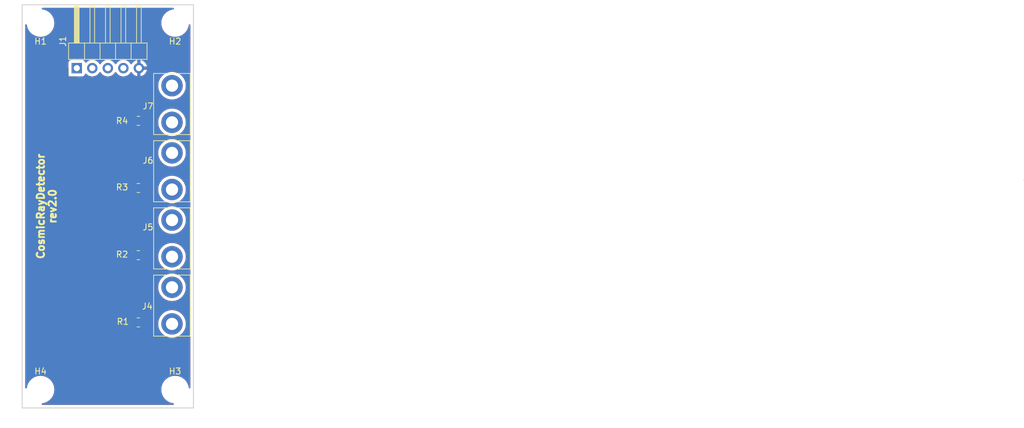
<source format=kicad_pcb>
(kicad_pcb (version 20210623) (generator pcbnew)
  (layers (0 "F.Cu" signal) (31 "B.Cu" signal) (34 "B.Paste" user) (35 "F.Paste" user) (36 "B.SilkS" user "B.Silkscreen") (37 "F.SilkS" user "F.Silkscreen") (38 "B.Mask" user) (39 "F.Mask" user) (44 "Edge.Cuts" user))
  (net 0 "")
  (net 1 "GND")
  (net 2 "Net-(J4-Pad1)")
  (net 3 "Net-(J5-Pad1)")
  (net 4 "Net-(J6-Pad1)")
  (net 5 "Net-(J7-Pad1)")
  (footprint "Resistor_SMD:R_0805_2012Metric_Pad1.20x1.40mm_HandSolder" (layer "F.Cu") (at 51 74 180)
    (fp_text reference "R1" (at 2.54 0.127) (layer "F.SilkS"))
    (fp_text value "10k")
    (fp_line (start -0.227064 0.735) (end 0.227064 0.735) (layer "F.SilkS") (width 0.12))
    (fp_line (start -0.227064 -0.735) (end 0.227064 -0.735) (layer "F.SilkS") (width 0.12))
    (pad "1" smd roundrect locked (at -1 0 180) (size 1.2 1.4) (layers "F.Cu" "F.Paste" "F.Mask") (roundrect_rratio 0.2083325) (net 2 "Net-(J4-Pad1)"))
    (pad "2" smd roundrect locked (at 1 0 180) (size 1.2 1.4) (layers "F.Cu" "F.Paste" "F.Mask") (roundrect_rratio 0.2083325) (net 1 "GND"))
  )
  (footprint "CosmicRayDetector:GeigerTube" (layer "F.Cu") (at 48.5 71.25 90)
    (fp_text reference "J4" (at -0.124 3.951 180) (layer "F.SilkS"))
    (fp_text value "Conn_01x01_Female")
    (fp_line (start 5 10) (end 5 11) (layer "F.SilkS") (width 0.12))
    (fp_line (start 0 5) (end 5 5) (layer "F.SilkS") (width 0.12))
    (fp_line (start 5 9) (end 5 10) (layer "F.SilkS") (width 0.12))
    (fp_line (start 5 7) (end 5 8) (layer "F.SilkS") (width 0.12))
    (fp_line (start 5 5) (end 5 6) (layer "F.SilkS") (width 0.12))
    (fp_line (start 5 11) (end -5 11) (layer "F.SilkS") (width 0.12))
    (fp_line (start 5 6) (end 5 7) (layer "F.SilkS") (width 0.12))
    (fp_line (start 5 8) (end 5 9) (layer "F.SilkS") (width 0.12))
    (fp_line (start -5 11) (end -5 5) (layer "F.SilkS") (width 0.12))
    (fp_line (start -5 5) (end 0 5) (layer "F.SilkS") (width 0.12))
    (pad "1" thru_hole circle locked (at 3 8 90) (size 3.5 3.5) (drill 2) (layers *.Cu *.Mask) (net 2 "Net-(J4-Pad1)"))
    (pad "1" thru_hole circle locked (at -3 8 90) (size 3.5 3.5) (drill 2) (layers *.Cu *.Mask) (net 2 "Net-(J4-Pad1)"))
  )
  (footprint "CosmicRayDetector:GeigerTube" (layer "F.Cu") (at 48.5 60.25 90)
    (fp_text reference "J5" (at 1.83 4.078 180) (layer "F.SilkS"))
    (fp_text value "Conn_01x01_Female")
    (fp_line (start 5 8) (end 5 9) (layer "F.SilkS") (width 0.12))
    (fp_line (start 5 11) (end -5 11) (layer "F.SilkS") (width 0.12))
    (fp_line (start 5 7) (end 5 8) (layer "F.SilkS") (width 0.12))
    (fp_line (start -5 5) (end 0 5) (layer "F.SilkS") (width 0.12))
    (fp_line (start 0 5) (end 5 5) (layer "F.SilkS") (width 0.12))
    (fp_line (start 5 5) (end 5 6) (layer "F.SilkS") (width 0.12))
    (fp_line (start 5 6) (end 5 7) (layer "F.SilkS") (width 0.12))
    (fp_line (start 5 10) (end 5 11) (layer "F.SilkS") (width 0.12))
    (fp_line (start 5 9) (end 5 10) (layer "F.SilkS") (width 0.12))
    (fp_line (start -5 11) (end -5 5) (layer "F.SilkS") (width 0.12))
    (pad "1" thru_hole circle locked (at -3 8 90) (size 3.5 3.5) (drill 2) (layers *.Cu *.Mask) (net 3 "Net-(J5-Pad1)"))
    (pad "1" thru_hole circle locked (at 3 8 90) (size 3.5 3.5) (drill 2) (layers *.Cu *.Mask) (net 3 "Net-(J5-Pad1)"))
  )
  (footprint "CosmicRayDetector:GeigerTube" (layer "F.Cu") (at 48.5 49.25 90)
    (fp_text reference "J6" (at 1.752 4.078 180) (layer "F.SilkS"))
    (fp_text value "Conn_01x01_Female")
    (fp_line (start 5 5) (end 5 6) (layer "F.SilkS") (width 0.12))
    (fp_line (start 5 10) (end 5 11) (layer "F.SilkS") (width 0.12))
    (fp_line (start -5 5) (end 0 5) (layer "F.SilkS") (width 0.12))
    (fp_line (start 5 11) (end -5 11) (layer "F.SilkS") (width 0.12))
    (fp_line (start 5 9) (end 5 10) (layer "F.SilkS") (width 0.12))
    (fp_line (start 5 6) (end 5 7) (layer "F.SilkS") (width 0.12))
    (fp_line (start 0 5) (end 5 5) (layer "F.SilkS") (width 0.12))
    (fp_line (start 5 8) (end 5 9) (layer "F.SilkS") (width 0.12))
    (fp_line (start 5 7) (end 5 8) (layer "F.SilkS") (width 0.12))
    (fp_line (start -5 11) (end -5 5) (layer "F.SilkS") (width 0.12))
    (pad "1" thru_hole circle locked (at 3 8 90) (size 3.5 3.5) (drill 2) (layers *.Cu *.Mask) (net 4 "Net-(J6-Pad1)"))
    (pad "1" thru_hole circle locked (at -3 8 90) (size 3.5 3.5) (drill 2) (layers *.Cu *.Mask) (net 4 "Net-(J6-Pad1)"))
  )
  (footprint "MountingHole:MountingHole_3.5mm" (layer "F.Cu") (at 35 25)
    (fp_text reference "H1" (at 0 3) (layer "F.SilkS"))
    (fp_text value "MountingHole")
    (pad "1" np_thru_hole circle locked (at 0 0) (size 3.5 3.5) (drill 3.5) (layers *.Cu *.Mask))
  )
  (footprint "MountingHole:MountingHole_3.5mm" (layer "F.Cu") (at 57 25)
    (fp_text reference "H2" (at 0 3) (layer "F.SilkS"))
    (fp_text value "MountingHole")
    (pad "1" np_thru_hole circle locked (at 0 0) (size 3.5 3.5) (drill 3.5) (layers *.Cu *.Mask))
  )
  (footprint "MountingHole:MountingHole_3.5mm" (layer "F.Cu") (at 57 85)
    (fp_text reference "H3" (at 0 -3) (layer "F.SilkS"))
    (fp_text value "MountingHole")
    (pad "1" np_thru_hole circle locked (at 0 0) (size 3.5 3.5) (drill 3.5) (layers *.Cu *.Mask))
  )
  (footprint "MountingHole:MountingHole_3.5mm" (layer "F.Cu") (at 35 85)
    (fp_text reference "H4" (at 0 -3) (layer "F.SilkS"))
    (fp_text value "MountingHole")
    (pad "1" np_thru_hole circle locked (at 0 0) (size 3.5 3.5) (drill 3.5) (layers *.Cu *.Mask))
  )
  (footprint "Resistor_SMD:R_0805_2012Metric_Pad1.20x1.40mm_HandSolder" (layer "F.Cu") (at 51 63 180)
    (fp_text reference "R2" (at 2.667 0.127) (layer "F.SilkS"))
    (fp_text value "10k")
    (fp_line (start -0.227064 0.735) (end 0.227064 0.735) (layer "F.SilkS") (width 0.12))
    (fp_line (start -0.227064 -0.735) (end 0.227064 -0.735) (layer "F.SilkS") (width 0.12))
    (pad "1" smd roundrect locked (at -1 0 180) (size 1.2 1.4) (layers "F.Cu" "F.Paste" "F.Mask") (roundrect_rratio 0.2083325) (net 3 "Net-(J5-Pad1)"))
    (pad "2" smd roundrect (at 1 0 180) (size 1.2 1.4) (layers "F.Cu" "F.Paste" "F.Mask") (roundrect_rratio 0.2083325) (net 1 "GND"))
  )
  (footprint "Connector_PinHeader_2.54mm:PinHeader_1x05_P2.54mm_Horizontal" (layer "F.Cu") (at 40.925 32.375 90)
    (fp_text reference "J1" (at 4.385 -2.27 90) (layer "F.SilkS"))
    (fp_text value "Conn_01x05_Male")
    (fp_line (start 4.1 7.24) (end 10.1 7.24) (layer "F.SilkS") (width 0.12))
    (fp_line (start 1.042929 4.7) (end 1.44 4.7) (layer "F.SilkS") (width 0.12))
    (fp_line (start 1.11 -0.38) (end 1.44 -0.38) (layer "F.SilkS") (width 0.12))
    (fp_line (start 10.1 0.38) (end 4.1 0.38) (layer "F.SilkS") (width 0.12))
    (fp_line (start 1.44 -1.33) (end 1.44 11.49) (layer "F.SilkS") (width 0.12))
    (fp_line (start 10.1 -0.38) (end 10.1 0.38) (layer "F.SilkS") (width 0.12))
    (fp_line (start 1.44 8.89) (end 4.1 8.89) (layer "F.SilkS") (width 0.12))
    (fp_line (start 4.1 -0.38) (end 10.1 -0.38) (layer "F.SilkS") (width 0.12))
    (fp_line (start 1.44 6.35) (end 4.1 6.35) (layer "F.SilkS") (width 0.12))
    (fp_line (start 1.042929 5.46) (end 1.44 5.46) (layer "F.SilkS") (width 0.12))
    (fp_line (start 4.1 -0.08) (end 10.1 -0.08) (layer "F.SilkS") (width 0.12))
    (fp_line (start 1.042929 2.92) (end 1.44 2.92) (layer "F.SilkS") (width 0.12))
    (fp_line (start -1.27 0) (end -1.27 -1.27) (layer "F.SilkS") (width 0.12))
    (fp_line (start 10.1 7.24) (end 10.1 8) (layer "F.SilkS") (width 0.12))
    (fp_line (start 10.1 10.54) (end 4.1 10.54) (layer "F.SilkS") (width 0.12))
    (fp_line (start -1.27 -1.27) (end 0 -1.27) (layer "F.SilkS") (width 0.12))
    (fp_line (start 4.1 0.04) (end 10.1 0.04) (layer "F.SilkS") (width 0.12))
    (fp_line (start 4.1 4.7) (end 10.1 4.7) (layer "F.SilkS") (width 0.12))
    (fp_line (start 1.44 3.81) (end 4.1 3.81) (layer "F.SilkS") (width 0.12))
    (fp_line (start 4.1 0.28) (end 10.1 0.28) (layer "F.SilkS") (width 0.12))
    (fp_line (start 1.44 11.49) (end 4.1 11.49) (layer "F.SilkS") (width 0.12))
    (fp_line (start 4.1 9.78) (end 10.1 9.78) (layer "F.SilkS") (width 0.12))
    (fp_line (start 10.1 2.92) (end 4.1 2.92) (layer "F.SilkS") (width 0.12))
    (fp_line (start 10.1 5.46) (end 4.1 5.46) (layer "F.SilkS") (width 0.12))
    (fp_line (start 1.11 0.38) (end 1.44 0.38) (layer "F.SilkS") (width 0.12))
    (fp_line (start 10.1 9.78) (end 10.1 10.54) (layer "F.SilkS") (width 0.12))
    (fp_line (start 4.1 11.49) (end 4.1 -1.33) (layer "F.SilkS") (width 0.12))
    (fp_line (start 4.1 -0.2) (end 10.1 -0.2) (layer "F.SilkS") (width 0.12))
    (fp_line (start 1.042929 9.78) (end 1.44 9.78) (layer "F.SilkS") (width 0.12))
    (fp_line (start 4.1 0.16) (end 10.1 0.16) (layer "F.SilkS") (width 0.12))
    (fp_line (start 4.1 -0.32) (end 10.1 -0.32) (layer "F.SilkS") (width 0.12))
    (fp_line (start 10.1 2.16) (end 10.1 2.92) (layer "F.SilkS") (width 0.12))
    (fp_line (start 1.042929 7.24) (end 1.44 7.24) (layer "F.SilkS") (width 0.12))
    (fp_line (start 1.042929 10.54) (end 1.44 10.54) (layer "F.SilkS") (width 0.12))
    (fp_line (start 4.1 2.16) (end 10.1 2.16) (layer "F.SilkS") (width 0.12))
    (fp_line (start 1.042929 8) (end 1.44 8) (layer "F.SilkS") (width 0.12))
    (fp_line (start 1.042929 2.16) (end 1.44 2.16) (layer "F.SilkS") (width 0.12))
    (fp_line (start 10.1 4.7) (end 10.1 5.46) (layer "F.SilkS") (width 0.12))
    (fp_line (start 4.1 -1.33) (end 1.44 -1.33) (layer "F.SilkS") (width 0.12))
    (fp_line (start 1.44 1.27) (end 4.1 1.27) (layer "F.SilkS") (width 0.12))
    (fp_line (start 10.1 8) (end 4.1 8) (layer "F.SilkS") (width 0.12))
    (pad "1" thru_hole rect locked (at 0 0 90) (size 1.7 1.7) (drill 1) (layers *.Cu *.Mask) (net 2 "Net-(J4-Pad1)"))
    (pad "2" thru_hole oval locked (at 0 2.54 90) (size 1.7 1.7) (drill 1) (layers *.Cu *.Mask) (net 3 "Net-(J5-Pad1)"))
    (pad "3" thru_hole oval locked (at 0 5.08 90) (size 1.7 1.7) (drill 1) (layers *.Cu *.Mask) (net 4 "Net-(J6-Pad1)"))
    (pad "4" thru_hole oval locked (at 0 7.62 90) (size 1.7 1.7) (drill 1) (layers *.Cu *.Mask) (net 5 "Net-(J7-Pad1)"))
    (pad "5" thru_hole oval locked (at 0 10.16 90) (size 1.7 1.7) (drill 1) (layers *.Cu *.Mask) (net 1 "GND"))
  )
  (footprint "Resistor_SMD:R_0805_2012Metric_Pad1.20x1.40mm_HandSolder" (layer "F.Cu") (at 51 41 180)
    (fp_text reference "R4" (at 2.667 0) (layer "F.SilkS"))
    (fp_text value "10k")
    (fp_line (start -0.227064 0.735) (end 0.227064 0.735) (layer "F.SilkS") (width 0.12))
    (fp_line (start -0.227064 -0.735) (end 0.227064 -0.735) (layer "F.SilkS") (width 0.12))
    (pad "1" smd roundrect locked (at -1 0 180) (size 1.2 1.4) (layers "F.Cu" "F.Paste" "F.Mask") (roundrect_rratio 0.2083325) (net 5 "Net-(J7-Pad1)"))
    (pad "2" smd roundrect (at 1 0 180) (size 1.2 1.4) (layers "F.Cu" "F.Paste" "F.Mask") (roundrect_rratio 0.2083325) (net 1 "GND"))
  )
  (footprint "CosmicRayDetector:GeigerTube" (layer "F.Cu") (at 48.5 38.25 90)
    (fp_text reference "J7" (at -0.358 4.078 180) (layer "F.SilkS"))
    (fp_text value "Conn_01x01_Female")
    (fp_line (start 5 7) (end 5 8) (layer "F.SilkS") (width 0.12))
    (fp_line (start 0 5) (end 5 5) (layer "F.SilkS") (width 0.12))
    (fp_line (start -5 11) (end -5 5) (layer "F.SilkS") (width 0.12))
    (fp_line (start 5 9) (end 5 10) (layer "F.SilkS") (width 0.12))
    (fp_line (start 5 10) (end 5 11) (layer "F.SilkS") (width 0.12))
    (fp_line (start 5 11) (end -5 11) (layer "F.SilkS") (width 0.12))
    (fp_line (start 5 8) (end 5 9) (layer "F.SilkS") (width 0.12))
    (fp_line (start -5 5) (end 0 5) (layer "F.SilkS") (width 0.12))
    (fp_line (start 5 5) (end 5 6) (layer "F.SilkS") (width 0.12))
    (fp_line (start 5 6) (end 5 7) (layer "F.SilkS") (width 0.12))
    (pad "1" thru_hole circle locked (at -3 8 90) (size 3.5 3.5) (drill 2) (layers *.Cu *.Mask) (net 5 "Net-(J7-Pad1)"))
    (pad "1" thru_hole circle locked (at 3 8 90) (size 3.5 3.5) (drill 2) (layers *.Cu *.Mask) (net 5 "Net-(J7-Pad1)"))
  )
  (footprint "Resistor_SMD:R_0805_2012Metric_Pad1.20x1.40mm_HandSolder" (layer "F.Cu") (at 51 52 180)
    (fp_text reference "R3" (at 2.667 0.127) (layer "F.SilkS"))
    (fp_text value "10k")
    (fp_line (start -0.227064 0.735) (end 0.227064 0.735) (layer "F.SilkS") (width 0.12))
    (fp_line (start -0.227064 -0.735) (end 0.227064 -0.735) (layer "F.SilkS") (width 0.12))
    (pad "1" smd roundrect locked (at -1 0 180) (size 1.2 1.4) (layers "F.Cu" "F.Paste" "F.Mask") (roundrect_rratio 0.2083325) (net 4 "Net-(J6-Pad1)"))
    (pad "2" smd roundrect (at 1 0 180) (size 1.2 1.4) (layers "F.Cu" "F.Paste" "F.Mask") (roundrect_rratio 0.2083325) (net 1 "GND"))
  )
  (gr_line (start 32 88) (end 60 88) (layer "Edge.Cuts") (width 0.15))
  (gr_line (start 32 88) (end 32 22) (layer "Edge.Cuts") (width 0.15))
  (gr_line (start 32 22) (end 60 22) (layer "Edge.Cuts") (width 0.15))
  (gr_line (start 60 22) (end 60 88) (layer "Edge.Cuts") (width 0.15))
  (gr_line (start 195.756 50.656) (end 195.756 50.656) (layer "Edge.Cuts") (width 0.15))
  (gr_text "CosmicRayDetector\nrev2.0" (at 36 55 90) (layer "F.SilkS") (effects (font (size 1.2 1.2) (thickness 0.3))))
  (zone (net 1) (net_name "GND") (layers F&B.Cu) (connect_pads (clearance 0.508)) (min_thickness 0.254) (fill yes (thermal_gap 0.508) (thermal_bridge_width 0.508))
    (polygon (pts (xy 60 88) (xy 32 88) (xy 32 22) (xy 60 22)))
  )
)
</source>
